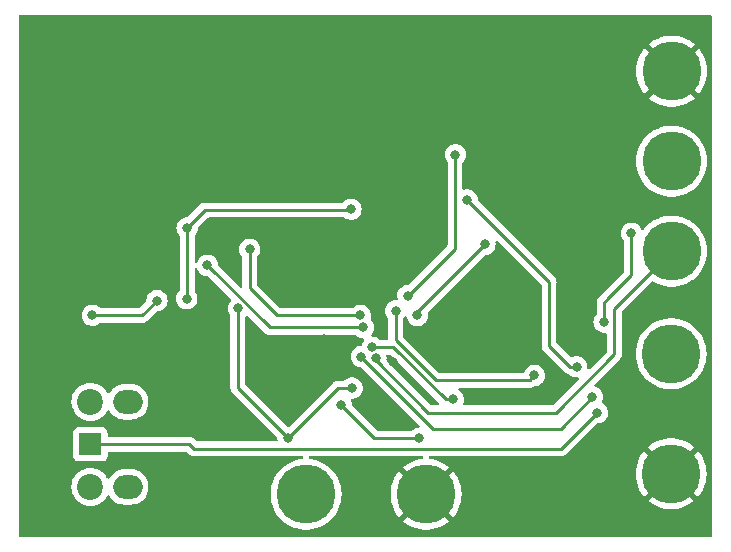
<source format=gbr>
%TF.GenerationSoftware,KiCad,Pcbnew,7.0.1*%
%TF.CreationDate,2023-11-14T13:07:04+01:00*%
%TF.ProjectId,Driver_detector,44726976-6572-45f6-9465-746563746f72,rev?*%
%TF.SameCoordinates,Original*%
%TF.FileFunction,Copper,L2,Bot*%
%TF.FilePolarity,Positive*%
%FSLAX46Y46*%
G04 Gerber Fmt 4.6, Leading zero omitted, Abs format (unit mm)*
G04 Created by KiCad (PCBNEW 7.0.1) date 2023-11-14 13:07:04*
%MOMM*%
%LPD*%
G01*
G04 APERTURE LIST*
%TA.AperFunction,ComponentPad*%
%ADD10C,5.000000*%
%TD*%
%TA.AperFunction,ComponentPad*%
%ADD11R,1.900000X1.900000*%
%TD*%
%TA.AperFunction,ComponentPad*%
%ADD12C,2.200000*%
%TD*%
%TA.AperFunction,ComponentPad*%
%ADD13O,2.500000X2.000000*%
%TD*%
%TA.AperFunction,ViaPad*%
%ADD14C,0.800000*%
%TD*%
%TA.AperFunction,Conductor*%
%ADD15C,0.254000*%
%TD*%
%TA.AperFunction,Conductor*%
%ADD16C,0.250000*%
%TD*%
%TA.AperFunction,Conductor*%
%ADD17C,0.100000*%
%TD*%
G04 APERTURE END LIST*
D10*
%TO.P,BZ1,1,-*%
%TO.N,Voltage_buzzer*%
X225770000Y-87530000D03*
%TO.P,BZ1,2,+*%
%TO.N,GND*%
X235930000Y-87530000D03*
%TD*%
%TO.P,Battery-1,1,Pin_1*%
%TO.N,GND*%
X256675000Y-85785000D03*
%TO.P,Battery-1,2,Pin_2*%
%TO.N,Battery +*%
X256675000Y-75625000D03*
%TD*%
%TO.P,SW1,1,A*%
%TO.N,GND*%
X256725000Y-51710000D03*
%TO.P,SW1,2,B*%
%TO.N,Output_seatbelt*%
X256725000Y-66950000D03*
%TO.P,SW1,3,C*%
%TO.N,Net-(IC5-OUT)*%
X256725000Y-59330000D03*
%TD*%
D11*
%TO.P,AE1,1,A*%
%TO.N,Net-(AE1-A)*%
X207515000Y-83300000D03*
D12*
%TO.P,AE1,2*%
%TO.N,N/C*%
X207515000Y-79700000D03*
%TO.P,AE1,3*%
X207515000Y-86900000D03*
D13*
%TO.P,AE1,4*%
X210675000Y-86900000D03*
%TO.P,AE1,5*%
X210675000Y-79700000D03*
%TD*%
D14*
%TO.N,Net-(AE1-A)*%
X250444000Y-80619000D03*
%TO.N,GND*%
X243332000Y-75692000D03*
X227330000Y-74422000D03*
X217675000Y-64500000D03*
X214630000Y-84836000D03*
X248225000Y-65225000D03*
X240792000Y-68072000D03*
X257556000Y-90170000D03*
X246900000Y-56175000D03*
X227130500Y-70030500D03*
X222250000Y-75184000D03*
X251325000Y-64975000D03*
X209804000Y-74168000D03*
X248600000Y-58775000D03*
X215975000Y-80150000D03*
X226950000Y-61675000D03*
X242150000Y-62625000D03*
X253492000Y-61722000D03*
X235525000Y-74250000D03*
X253200000Y-54225000D03*
X249925000Y-52050000D03*
X225552000Y-75184000D03*
X259249000Y-54303500D03*
X241850000Y-56100000D03*
X219000000Y-68050000D03*
X220726000Y-62484000D03*
X240000000Y-88825000D03*
X233125000Y-76350000D03*
X223774000Y-65024000D03*
X235204000Y-68580000D03*
X253425000Y-82125000D03*
X240792000Y-75692000D03*
%TO.N,+1V8*%
X215675000Y-70975000D03*
X207675000Y-72375000D03*
X213150000Y-71125000D03*
X229575000Y-63400000D03*
X215700000Y-64975000D03*
X235204000Y-72390000D03*
X240925000Y-66375000D03*
%TO.N,VDD*%
X229675000Y-78525000D03*
X224250000Y-82775000D03*
X220037397Y-71788103D03*
%TO.N,Output_seatbelt*%
X231682947Y-76025000D03*
%TO.N,SWO*%
X231375000Y-75075000D03*
X238252000Y-79502000D03*
%TO.N,Pro_range_sens*%
X235350000Y-82775000D03*
X228750000Y-79975000D03*
%TO.N,NRESET*%
X233350000Y-72000000D03*
X234400000Y-70700000D03*
X245110000Y-77470000D03*
X238425000Y-58775000D03*
%TO.N,EN*%
X250012500Y-79287500D03*
X230448944Y-75876056D03*
%TO.N,Net-(IC5-IN)*%
X248675000Y-76725000D03*
X239425000Y-62600000D03*
%TO.N,Net-(IC5-OUT)*%
X251000000Y-72950000D03*
X253325000Y-65425000D03*
%TO.N,SDA_Sens*%
X217425000Y-68150000D03*
X230632000Y-73406000D03*
%TO.N,SCL_Sens*%
X230378000Y-72390000D03*
X221000000Y-66775000D03*
%TD*%
D15*
%TO.N,SWO*%
X233175000Y-75075000D02*
X231375000Y-75075000D01*
X238252000Y-79502000D02*
X237602000Y-79502000D01*
X237602000Y-79502000D02*
X233175000Y-75075000D01*
D16*
%TO.N,Net-(AE1-A)*%
X215900000Y-83300000D02*
X216275000Y-83675000D01*
X216275000Y-83675000D02*
X247350000Y-83675000D01*
X250406000Y-80619000D02*
X250444000Y-80619000D01*
X247350000Y-83675000D02*
X250406000Y-80619000D01*
X207515000Y-83300000D02*
X215900000Y-83300000D01*
D15*
%TO.N,+1V8*%
X215700000Y-64975000D02*
X215700000Y-70950000D01*
X235204000Y-72096000D02*
X235204000Y-72390000D01*
D16*
X213150000Y-71125000D02*
X211900000Y-72375000D01*
X211900000Y-72375000D02*
X209050000Y-72375000D01*
D17*
X215700000Y-70950000D02*
X215675000Y-70975000D01*
X229575000Y-63400000D02*
X229517000Y-63458000D01*
D15*
X240925000Y-66375000D02*
X235204000Y-72096000D01*
D16*
X209050000Y-72375000D02*
X207675000Y-72375000D01*
D15*
X217217000Y-63458000D02*
X215700000Y-64975000D01*
X229517000Y-63458000D02*
X217217000Y-63458000D01*
%TO.N,VDD*%
X228500000Y-78525000D02*
X224250000Y-82775000D01*
D16*
X220037397Y-71788103D02*
X220000000Y-71825500D01*
D15*
X229675000Y-78525000D02*
X228500000Y-78525000D01*
D16*
X220000000Y-71825500D02*
X220000000Y-78525000D01*
X220000000Y-78525000D02*
X224250000Y-82775000D01*
D15*
%TO.N,Output_seatbelt*%
X231682947Y-76025000D02*
X231682947Y-76166855D01*
D16*
X251875000Y-75675000D02*
X251875000Y-71800000D01*
X251875000Y-71800000D02*
X256725000Y-66950000D01*
D15*
X231682947Y-76166855D02*
X236125000Y-80608908D01*
D16*
X236125000Y-80608908D02*
X246941092Y-80608908D01*
X246941092Y-80608908D02*
X251875000Y-75675000D01*
%TO.N,Pro_range_sens*%
X228750000Y-79975000D02*
X231550000Y-82775000D01*
X231550000Y-82775000D02*
X235350000Y-82775000D01*
%TO.N,NRESET*%
X238375000Y-66725000D02*
X238375000Y-59425000D01*
X238375000Y-59425000D02*
X238375000Y-58825000D01*
D15*
X236750000Y-77875000D02*
X244705000Y-77875000D01*
D16*
X234400000Y-70700000D02*
X238375000Y-66725000D01*
D15*
X233350000Y-74475000D02*
X236750000Y-77875000D01*
X233350000Y-72000000D02*
X233350000Y-74475000D01*
X244705000Y-77875000D02*
X245110000Y-77470000D01*
D16*
X238375000Y-58825000D02*
X238425000Y-58775000D01*
D15*
%TO.N,EN*%
X230448944Y-75876056D02*
X236547888Y-81975000D01*
X247325000Y-81975000D02*
X250012500Y-79287500D01*
X236547888Y-81975000D02*
X247325000Y-81975000D01*
D16*
%TO.N,Net-(IC5-IN)*%
X248100000Y-76725000D02*
X248675000Y-76725000D01*
X246350000Y-74975000D02*
X248100000Y-76725000D01*
X239425000Y-62600000D02*
X246350000Y-69525000D01*
X246350000Y-69525000D02*
X246350000Y-74975000D01*
%TO.N,Net-(IC5-OUT)*%
X253325000Y-68975000D02*
X251375000Y-70925000D01*
X253325000Y-65425000D02*
X253325000Y-68975000D01*
X251375000Y-70925000D02*
X251000000Y-71300000D01*
X251000000Y-71300000D02*
X251000000Y-72950000D01*
D15*
%TO.N,SDA_Sens*%
X222681000Y-73406000D02*
X230632000Y-73406000D01*
X217425000Y-68150000D02*
X222681000Y-73406000D01*
%TO.N,SCL_Sens*%
X221000000Y-66775000D02*
X221000000Y-70100000D01*
X221000000Y-70100000D02*
X223290000Y-72390000D01*
X223290000Y-72390000D02*
X230378000Y-72390000D01*
%TD*%
%TA.AperFunction,Conductor*%
%TO.N,GND*%
G36*
X220787818Y-72419350D02*
G01*
X220837181Y-72449600D01*
X222178624Y-73791043D01*
X222191562Y-73807192D01*
X222242845Y-73855350D01*
X222245643Y-73858062D01*
X222265204Y-73877623D01*
X222268385Y-73880090D01*
X222277282Y-73887688D01*
X222309230Y-73917691D01*
X222309232Y-73917692D01*
X222309233Y-73917693D01*
X222326878Y-73927393D01*
X222343135Y-73938072D01*
X222359038Y-73950408D01*
X222399258Y-73967812D01*
X222409749Y-73972951D01*
X222448166Y-73994072D01*
X222467675Y-73999081D01*
X222486061Y-74005376D01*
X222504541Y-74013373D01*
X222547844Y-74020231D01*
X222559247Y-74022592D01*
X222601728Y-74033500D01*
X222621865Y-74033500D01*
X222641262Y-74035026D01*
X222661133Y-74038174D01*
X222704761Y-74034049D01*
X222716429Y-74033500D01*
X229930053Y-74033500D01*
X229980489Y-74044220D01*
X230022203Y-74074528D01*
X230026129Y-74078889D01*
X230179269Y-74190151D01*
X230352197Y-74267144D01*
X230537352Y-74306500D01*
X230576709Y-74306500D01*
X230631844Y-74319432D01*
X230675479Y-74355530D01*
X230698513Y-74407265D01*
X230696141Y-74463846D01*
X230668859Y-74513472D01*
X230642466Y-74542783D01*
X230547821Y-74706714D01*
X230488308Y-74889875D01*
X230462527Y-74934528D01*
X230420812Y-74964836D01*
X230370377Y-74975556D01*
X230354296Y-74975556D01*
X230169141Y-75014911D01*
X229996213Y-75091904D01*
X229843073Y-75203166D01*
X229716410Y-75343839D01*
X229621764Y-75507771D01*
X229563270Y-75687798D01*
X229543484Y-75876055D01*
X229543484Y-75876056D01*
X229544667Y-75887312D01*
X229563270Y-76064313D01*
X229621764Y-76244340D01*
X229716410Y-76408272D01*
X229843073Y-76548945D01*
X229996213Y-76660207D01*
X230169141Y-76737200D01*
X230354296Y-76776556D01*
X230354298Y-76776556D01*
X230410663Y-76776556D01*
X230458116Y-76785995D01*
X230498344Y-76812875D01*
X235348288Y-81662819D01*
X235378538Y-81712182D01*
X235383080Y-81769898D01*
X235360925Y-81823385D01*
X235316902Y-81860985D01*
X235260607Y-81874500D01*
X235255352Y-81874500D01*
X235070197Y-81913855D01*
X234897272Y-81990847D01*
X234795176Y-82065024D01*
X234744129Y-82102112D01*
X234738401Y-82108473D01*
X234696688Y-82138780D01*
X234646253Y-82149500D01*
X231860452Y-82149500D01*
X231812999Y-82140061D01*
X231772771Y-82113181D01*
X229688960Y-80029369D01*
X229664720Y-79995071D01*
X229653321Y-79954655D01*
X229635674Y-79786744D01*
X229577179Y-79606716D01*
X229573152Y-79594321D01*
X229575162Y-79593667D01*
X229563329Y-79549495D01*
X229579944Y-79487497D01*
X229625331Y-79442112D01*
X229687329Y-79425500D01*
X229769648Y-79425500D01*
X229893083Y-79399262D01*
X229954803Y-79386144D01*
X230127730Y-79309151D01*
X230157530Y-79287500D01*
X230280870Y-79197889D01*
X230369693Y-79099242D01*
X230407533Y-79057216D01*
X230502179Y-78893284D01*
X230560674Y-78713256D01*
X230580460Y-78525000D01*
X230560674Y-78336744D01*
X230530332Y-78243363D01*
X230502179Y-78156715D01*
X230407533Y-77992783D01*
X230280870Y-77852110D01*
X230127730Y-77740848D01*
X229954802Y-77663855D01*
X229769648Y-77624500D01*
X229769646Y-77624500D01*
X229580354Y-77624500D01*
X229580352Y-77624500D01*
X229395197Y-77663855D01*
X229222269Y-77740848D01*
X229069129Y-77852110D01*
X229065203Y-77856472D01*
X229023489Y-77886780D01*
X228973053Y-77897500D01*
X228582966Y-77897500D01*
X228562398Y-77895229D01*
X228492082Y-77897439D01*
X228488188Y-77897500D01*
X228460524Y-77897500D01*
X228456515Y-77898006D01*
X228444884Y-77898921D01*
X228401057Y-77900298D01*
X228381720Y-77905916D01*
X228362680Y-77909859D01*
X228342709Y-77912383D01*
X228301951Y-77928519D01*
X228290905Y-77932300D01*
X228248807Y-77944531D01*
X228231480Y-77954778D01*
X228214019Y-77963333D01*
X228195297Y-77970746D01*
X228159839Y-77996508D01*
X228150077Y-78002920D01*
X228112347Y-78025233D01*
X228098107Y-78039473D01*
X228083319Y-78052103D01*
X228067033Y-78063936D01*
X228039091Y-78097711D01*
X228031230Y-78106349D01*
X224336266Y-81801314D01*
X224280679Y-81833408D01*
X224216491Y-81833408D01*
X224160904Y-81801314D01*
X222429205Y-80069615D01*
X220661819Y-78302228D01*
X220634939Y-78262000D01*
X220625500Y-78214547D01*
X220625500Y-72537281D01*
X220639015Y-72480986D01*
X220676615Y-72436963D01*
X220730102Y-72414808D01*
X220787818Y-72419350D01*
G37*
%TD.AperFunction*%
%TA.AperFunction,Conductor*%
G36*
X241969266Y-66049670D02*
G01*
X242021105Y-66080696D01*
X243866726Y-67926317D01*
X245688181Y-69747772D01*
X245715061Y-69788000D01*
X245724500Y-69835453D01*
X245724500Y-74892256D01*
X245722235Y-74912762D01*
X245724439Y-74982873D01*
X245724500Y-74986768D01*
X245724500Y-75014349D01*
X245725003Y-75018334D01*
X245725918Y-75029967D01*
X245727290Y-75073626D01*
X245732879Y-75092860D01*
X245736825Y-75111916D01*
X245739335Y-75131792D01*
X245755414Y-75172404D01*
X245759197Y-75183451D01*
X245771382Y-75225391D01*
X245781580Y-75242635D01*
X245790136Y-75260100D01*
X245797514Y-75278732D01*
X245797515Y-75278733D01*
X245823180Y-75314059D01*
X245829593Y-75323822D01*
X245851826Y-75361416D01*
X245851829Y-75361419D01*
X245851830Y-75361420D01*
X245865995Y-75375585D01*
X245878627Y-75390375D01*
X245890406Y-75406587D01*
X245924058Y-75434426D01*
X245932699Y-75442289D01*
X247599197Y-77108787D01*
X247612098Y-77124889D01*
X247614212Y-77126874D01*
X247614214Y-77126877D01*
X247651421Y-77161817D01*
X247663240Y-77172916D01*
X247666035Y-77175625D01*
X247685530Y-77195120D01*
X247688704Y-77197582D01*
X247697568Y-77205153D01*
X247729418Y-77235062D01*
X247739914Y-77240832D01*
X247746974Y-77244714D01*
X247763231Y-77255392D01*
X247779064Y-77267674D01*
X247795185Y-77274649D01*
X247819156Y-77285023D01*
X247829643Y-77290160D01*
X247867908Y-77311197D01*
X247887316Y-77316180D01*
X247905710Y-77322478D01*
X247924105Y-77330438D01*
X247967254Y-77337271D01*
X247978676Y-77339637D01*
X247991851Y-77343020D01*
X248025246Y-77357059D01*
X248053157Y-77380149D01*
X248069129Y-77397888D01*
X248222270Y-77509151D01*
X248222271Y-77509151D01*
X248222272Y-77509152D01*
X248395197Y-77586144D01*
X248580352Y-77625500D01*
X248740547Y-77625500D01*
X248796842Y-77639015D01*
X248840865Y-77676615D01*
X248863020Y-77730102D01*
X248858478Y-77787818D01*
X248828228Y-77837181D01*
X246718320Y-79947089D01*
X246678092Y-79973969D01*
X246630639Y-79983408D01*
X239213094Y-79983408D01*
X239156799Y-79969893D01*
X239112776Y-79932293D01*
X239090621Y-79878806D01*
X239095163Y-79821090D01*
X239106323Y-79786744D01*
X239137674Y-79690256D01*
X239157460Y-79502000D01*
X239137674Y-79313744D01*
X239100030Y-79197888D01*
X239079179Y-79133715D01*
X238984533Y-78969783D01*
X238857870Y-78829110D01*
X238717076Y-78726818D01*
X238677762Y-78679297D01*
X238666206Y-78618714D01*
X238685264Y-78560058D01*
X238730224Y-78517838D01*
X238789961Y-78502500D01*
X244622034Y-78502500D01*
X244642601Y-78504770D01*
X244645475Y-78504679D01*
X244645477Y-78504680D01*
X244712918Y-78502561D01*
X244716813Y-78502500D01*
X244744474Y-78502500D01*
X244744476Y-78502500D01*
X244748470Y-78501995D01*
X244760114Y-78501077D01*
X244803943Y-78499701D01*
X244823280Y-78494082D01*
X244842321Y-78490138D01*
X244862293Y-78487616D01*
X244903055Y-78471476D01*
X244914092Y-78467698D01*
X244956191Y-78455468D01*
X244973510Y-78445224D01*
X244990994Y-78436659D01*
X245009703Y-78429253D01*
X245045172Y-78403481D01*
X245054920Y-78397079D01*
X245066644Y-78390145D01*
X245070674Y-78387763D01*
X245133786Y-78370500D01*
X245204648Y-78370500D01*
X245357703Y-78337967D01*
X245389803Y-78331144D01*
X245562730Y-78254151D01*
X245616767Y-78214891D01*
X245715870Y-78142889D01*
X245741597Y-78114317D01*
X245842533Y-78002216D01*
X245937179Y-77838284D01*
X245995674Y-77658256D01*
X246015460Y-77470000D01*
X245995674Y-77281744D01*
X245956707Y-77161817D01*
X245937179Y-77101715D01*
X245842533Y-76937783D01*
X245715870Y-76797110D01*
X245562730Y-76685848D01*
X245389802Y-76608855D01*
X245204648Y-76569500D01*
X245204646Y-76569500D01*
X245015354Y-76569500D01*
X245015352Y-76569500D01*
X244830197Y-76608855D01*
X244657269Y-76685848D01*
X244504129Y-76797110D01*
X244377466Y-76937783D01*
X244282820Y-77101716D01*
X244263293Y-77161817D01*
X244237512Y-77206472D01*
X244195798Y-77236779D01*
X244145362Y-77247500D01*
X237061281Y-77247500D01*
X237013828Y-77238061D01*
X236973600Y-77211181D01*
X234013819Y-74251400D01*
X233986939Y-74211172D01*
X233977500Y-74163719D01*
X233977500Y-72696466D01*
X233985736Y-72652028D01*
X234009348Y-72613496D01*
X234082533Y-72532216D01*
X234087100Y-72524303D01*
X234130251Y-72480238D01*
X234189294Y-72462411D01*
X234249622Y-72475233D01*
X234296311Y-72515533D01*
X234317809Y-72573337D01*
X234318256Y-72577598D01*
X234318326Y-72578257D01*
X234376820Y-72758284D01*
X234471466Y-72922216D01*
X234598129Y-73062889D01*
X234751269Y-73174151D01*
X234924197Y-73251144D01*
X235109352Y-73290500D01*
X235109354Y-73290500D01*
X235298646Y-73290500D01*
X235298648Y-73290500D01*
X235422083Y-73264262D01*
X235483803Y-73251144D01*
X235656730Y-73174151D01*
X235706134Y-73138257D01*
X235809870Y-73062889D01*
X235868560Y-72997708D01*
X235936533Y-72922216D01*
X236031179Y-72758284D01*
X236089674Y-72578256D01*
X236109460Y-72390000D01*
X236089674Y-72201744D01*
X236087649Y-72195514D01*
X236085007Y-72128251D01*
X236117898Y-72069519D01*
X240875599Y-67311819D01*
X240915828Y-67284939D01*
X240963281Y-67275500D01*
X241019648Y-67275500D01*
X241143083Y-67249262D01*
X241204803Y-67236144D01*
X241377730Y-67159151D01*
X241415541Y-67131680D01*
X241530870Y-67047889D01*
X241532629Y-67045936D01*
X241657533Y-66907216D01*
X241752179Y-66743284D01*
X241810674Y-66563256D01*
X241830460Y-66375000D01*
X241810674Y-66186744D01*
X241810672Y-66186739D01*
X241810105Y-66181340D01*
X241818618Y-66121526D01*
X241854385Y-66072834D01*
X241908916Y-66046824D01*
X241969266Y-66049670D01*
G37*
%TD.AperFunction*%
%TA.AperFunction,Conductor*%
G36*
X232911172Y-75711939D02*
G01*
X232951400Y-75738819D01*
X236984308Y-79771727D01*
X237014558Y-79821090D01*
X237019100Y-79878806D01*
X236996945Y-79932293D01*
X236952922Y-79969893D01*
X236896627Y-79983408D01*
X236438281Y-79983408D01*
X236390828Y-79973969D01*
X236350600Y-79947089D01*
X232615021Y-76211510D01*
X232585814Y-76165221D01*
X232579381Y-76110869D01*
X232588407Y-76025000D01*
X232568906Y-75839459D01*
X232580777Y-75772142D01*
X232626517Y-75721342D01*
X232692227Y-75702500D01*
X232863719Y-75702500D01*
X232911172Y-75711939D01*
G37*
%TD.AperFunction*%
%TA.AperFunction,Conductor*%
G36*
X260021553Y-46949945D02*
G01*
X260083530Y-46966575D01*
X260128896Y-47011960D01*
X260145500Y-47073945D01*
X260145500Y-91051000D01*
X260128887Y-91113000D01*
X260083500Y-91158387D01*
X260021500Y-91175000D01*
X201584500Y-91175000D01*
X201522500Y-91158387D01*
X201477113Y-91113000D01*
X201460500Y-91051000D01*
X201460500Y-86900000D01*
X205909551Y-86900000D01*
X205929317Y-87151149D01*
X205988126Y-87396110D01*
X206033149Y-87504805D01*
X206084534Y-87628859D01*
X206216164Y-87843659D01*
X206379776Y-88035224D01*
X206571341Y-88198836D01*
X206786141Y-88330466D01*
X207018889Y-88426873D01*
X207263852Y-88485683D01*
X207515000Y-88505449D01*
X207766148Y-88485683D01*
X208011111Y-88426873D01*
X208243859Y-88330466D01*
X208458659Y-88198836D01*
X208650224Y-88035224D01*
X208813836Y-87843659D01*
X208922196Y-87666831D01*
X208968793Y-87622628D01*
X209031254Y-87607667D01*
X209092821Y-87625961D01*
X209136977Y-87672604D01*
X209160803Y-87716630D01*
X209164526Y-87723509D01*
X209317262Y-87919744D01*
X209500215Y-88088164D01*
X209708393Y-88224173D01*
X209936119Y-88324063D01*
X210177179Y-88385108D01*
X210251480Y-88391264D01*
X210362927Y-88400500D01*
X210362933Y-88400500D01*
X210987067Y-88400500D01*
X210987073Y-88400500D01*
X211088387Y-88392104D01*
X211172821Y-88385108D01*
X211413881Y-88324063D01*
X211641607Y-88224173D01*
X211849785Y-88088164D01*
X212032738Y-87919744D01*
X212185474Y-87723509D01*
X212303828Y-87504810D01*
X212384571Y-87269614D01*
X212425500Y-87024335D01*
X212425500Y-86775665D01*
X212384571Y-86530386D01*
X212303828Y-86295190D01*
X212185474Y-86076491D01*
X212185471Y-86076487D01*
X212185470Y-86076485D01*
X212032740Y-85880259D01*
X212032738Y-85880256D01*
X211849785Y-85711836D01*
X211641607Y-85575827D01*
X211641604Y-85575825D01*
X211516523Y-85520960D01*
X211413881Y-85475937D01*
X211172821Y-85414892D01*
X211172819Y-85414891D01*
X211172816Y-85414891D01*
X210987073Y-85399500D01*
X210987067Y-85399500D01*
X210362933Y-85399500D01*
X210362927Y-85399500D01*
X210177183Y-85414891D01*
X210177179Y-85414891D01*
X210177179Y-85414892D01*
X209936119Y-85475937D01*
X209936116Y-85475938D01*
X209936117Y-85475938D01*
X209708395Y-85575825D01*
X209569607Y-85666499D01*
X209500215Y-85711836D01*
X209500213Y-85711837D01*
X209500214Y-85711837D01*
X209317259Y-85880259D01*
X209164527Y-86076488D01*
X209136977Y-86127396D01*
X209092821Y-86174038D01*
X209031254Y-86192332D01*
X208968793Y-86177371D01*
X208922196Y-86133167D01*
X208870157Y-86048249D01*
X208813836Y-85956341D01*
X208650224Y-85764776D01*
X208458659Y-85601164D01*
X208243859Y-85469534D01*
X208111939Y-85414891D01*
X208011110Y-85373126D01*
X207766149Y-85314317D01*
X207515000Y-85294551D01*
X207263850Y-85314317D01*
X207018889Y-85373126D01*
X206786139Y-85469535D01*
X206571342Y-85601163D01*
X206379776Y-85764776D01*
X206216163Y-85956342D01*
X206107374Y-86133869D01*
X206084534Y-86171141D01*
X206080412Y-86181093D01*
X205988126Y-86403889D01*
X205929317Y-86648850D01*
X205909551Y-86900000D01*
X201460500Y-86900000D01*
X201460500Y-84297869D01*
X206064500Y-84297869D01*
X206070909Y-84357484D01*
X206093216Y-84417290D01*
X206121204Y-84492331D01*
X206207454Y-84607546D01*
X206322669Y-84693796D01*
X206457517Y-84744091D01*
X206517127Y-84750500D01*
X208512872Y-84750499D01*
X208572483Y-84744091D01*
X208707331Y-84693796D01*
X208822546Y-84607546D01*
X208908796Y-84492331D01*
X208959091Y-84357483D01*
X208965500Y-84297873D01*
X208965500Y-84049500D01*
X208982113Y-83987500D01*
X209027500Y-83942113D01*
X209089500Y-83925500D01*
X215589546Y-83925500D01*
X215636998Y-83934939D01*
X215677227Y-83961818D01*
X215774196Y-84058786D01*
X215787094Y-84074886D01*
X215838223Y-84122900D01*
X215841020Y-84125611D01*
X215860529Y-84145120D01*
X215863711Y-84147588D01*
X215872571Y-84155155D01*
X215904417Y-84185061D01*
X215904418Y-84185062D01*
X215921970Y-84194711D01*
X215938238Y-84205397D01*
X215954064Y-84217673D01*
X215994146Y-84235017D01*
X216004633Y-84240155D01*
X216042907Y-84261197D01*
X216051410Y-84263379D01*
X216062308Y-84266178D01*
X216080713Y-84272478D01*
X216099104Y-84280437D01*
X216142250Y-84287270D01*
X216153668Y-84289635D01*
X216195981Y-84300500D01*
X216216016Y-84300500D01*
X216235415Y-84302027D01*
X216255196Y-84305160D01*
X216298674Y-84301050D01*
X216310344Y-84300500D01*
X225425465Y-84300500D01*
X225485371Y-84315931D01*
X225530367Y-84358383D01*
X225549255Y-84417290D01*
X225537334Y-84477992D01*
X225497570Y-84525380D01*
X225439862Y-84547661D01*
X225308877Y-84562971D01*
X225248084Y-84570077D01*
X224907985Y-84650682D01*
X224579545Y-84770223D01*
X224267206Y-84927086D01*
X223975196Y-85119145D01*
X223975188Y-85119151D01*
X223975189Y-85119151D01*
X223707442Y-85343817D01*
X223707438Y-85343820D01*
X223707437Y-85343822D01*
X223467589Y-85598045D01*
X223258869Y-85878404D01*
X223084112Y-86181093D01*
X223084111Y-86181096D01*
X222945674Y-86502029D01*
X222901719Y-86648850D01*
X222845429Y-86836869D01*
X222784738Y-87181072D01*
X222764414Y-87529999D01*
X222784738Y-87878927D01*
X222845429Y-88223130D01*
X222845431Y-88223136D01*
X222945674Y-88557971D01*
X223043605Y-88785000D01*
X223084112Y-88878906D01*
X223258710Y-89181320D01*
X223258870Y-89181596D01*
X223467588Y-89461953D01*
X223707442Y-89716183D01*
X223975189Y-89940849D01*
X223975193Y-89940852D01*
X223975196Y-89940854D01*
X224267206Y-90132913D01*
X224579545Y-90289776D01*
X224729272Y-90344271D01*
X224907989Y-90409319D01*
X225248086Y-90489923D01*
X225595241Y-90530500D01*
X225944754Y-90530500D01*
X225944759Y-90530500D01*
X226291914Y-90489923D01*
X226632011Y-90409319D01*
X226960451Y-90289777D01*
X226960450Y-90289777D01*
X226960454Y-90289776D01*
X227272793Y-90132913D01*
X227564803Y-89940854D01*
X227564811Y-89940849D01*
X227707960Y-89820733D01*
X233992818Y-89820733D01*
X234135489Y-89940448D01*
X234427464Y-90132482D01*
X234739744Y-90289316D01*
X235068128Y-90408837D01*
X235408171Y-90489429D01*
X235755274Y-90530000D01*
X236104726Y-90530000D01*
X236451828Y-90489429D01*
X236791871Y-90408837D01*
X237120255Y-90289316D01*
X237432535Y-90132482D01*
X237724515Y-89940445D01*
X237867180Y-89820734D01*
X237867181Y-89820733D01*
X235930000Y-87883553D01*
X233992818Y-89820733D01*
X227707960Y-89820733D01*
X227832558Y-89716183D01*
X228072412Y-89461953D01*
X228281130Y-89181596D01*
X228455889Y-88878904D01*
X228594326Y-88557971D01*
X228694569Y-88223136D01*
X228755262Y-87878927D01*
X228775585Y-87530000D01*
X232924915Y-87530000D01*
X232945235Y-87878869D01*
X233005916Y-88223014D01*
X233106146Y-88557799D01*
X233244560Y-88878681D01*
X233419288Y-89181320D01*
X233627971Y-89461630D01*
X233636147Y-89470297D01*
X233636148Y-89470298D01*
X235576446Y-87530001D01*
X236283553Y-87530001D01*
X238223850Y-89470298D01*
X238223851Y-89470298D01*
X238232026Y-89461632D01*
X238440711Y-89181320D01*
X238615439Y-88878681D01*
X238753853Y-88557799D01*
X238854083Y-88223014D01*
X238880052Y-88075733D01*
X254737818Y-88075733D01*
X254880489Y-88195448D01*
X255172464Y-88387482D01*
X255484744Y-88544316D01*
X255813128Y-88663837D01*
X256153171Y-88744429D01*
X256500274Y-88785000D01*
X256849726Y-88785000D01*
X257196828Y-88744429D01*
X257536871Y-88663837D01*
X257865255Y-88544316D01*
X258177535Y-88387482D01*
X258469515Y-88195445D01*
X258612180Y-88075734D01*
X258612181Y-88075733D01*
X256675000Y-86138553D01*
X254737818Y-88075733D01*
X238880052Y-88075733D01*
X238914764Y-87878869D01*
X238935084Y-87530000D01*
X238914764Y-87181130D01*
X238854083Y-86836985D01*
X238753853Y-86502200D01*
X238615439Y-86181318D01*
X238440711Y-85878679D01*
X238370969Y-85785000D01*
X253669915Y-85785000D01*
X253690235Y-86133869D01*
X253750916Y-86478014D01*
X253851146Y-86812799D01*
X253989560Y-87133681D01*
X254164288Y-87436320D01*
X254372971Y-87716630D01*
X254381147Y-87725297D01*
X254381148Y-87725298D01*
X256321447Y-85785000D01*
X257028553Y-85785000D01*
X258968851Y-87725298D01*
X258977026Y-87716632D01*
X259185711Y-87436320D01*
X259360439Y-87133681D01*
X259498853Y-86812799D01*
X259599083Y-86478014D01*
X259659764Y-86133869D01*
X259680084Y-85785000D01*
X259659764Y-85436130D01*
X259599083Y-85091985D01*
X259498853Y-84757200D01*
X259360439Y-84436318D01*
X259185711Y-84133679D01*
X258977027Y-83853369D01*
X258968850Y-83844701D01*
X258968850Y-83844700D01*
X257028553Y-85785000D01*
X256321447Y-85785000D01*
X254381148Y-83844701D01*
X254381146Y-83844701D01*
X254372974Y-83853365D01*
X254164288Y-84133679D01*
X253989560Y-84436318D01*
X253851146Y-84757200D01*
X253750916Y-85091985D01*
X253690235Y-85436130D01*
X253669915Y-85785000D01*
X238370969Y-85785000D01*
X238232027Y-85598369D01*
X238223850Y-85589701D01*
X238223850Y-85589700D01*
X236283553Y-87530000D01*
X236283553Y-87530001D01*
X235576446Y-87530001D01*
X235576447Y-87530000D01*
X233636148Y-85589701D01*
X233636146Y-85589701D01*
X233627974Y-85598365D01*
X233419288Y-85878679D01*
X233244560Y-86181318D01*
X233106146Y-86502200D01*
X233005916Y-86836985D01*
X232945235Y-87181130D01*
X232924915Y-87530000D01*
X228775585Y-87530000D01*
X228755262Y-87181073D01*
X228694569Y-86836864D01*
X228594326Y-86502029D01*
X228455889Y-86181096D01*
X228281130Y-85878404D01*
X228072412Y-85598047D01*
X227832558Y-85343817D01*
X227564811Y-85119151D01*
X227564807Y-85119148D01*
X227564803Y-85119145D01*
X227272793Y-84927086D01*
X226960454Y-84770223D01*
X226632014Y-84650682D01*
X226632013Y-84650681D01*
X226632011Y-84650681D01*
X226445157Y-84606396D01*
X226291915Y-84570077D01*
X226255792Y-84565854D01*
X226100137Y-84547661D01*
X226042430Y-84525380D01*
X226002666Y-84477992D01*
X225990745Y-84417290D01*
X226009633Y-84358383D01*
X226054629Y-84315931D01*
X226114535Y-84300500D01*
X235589771Y-84300500D01*
X235649677Y-84315931D01*
X235694673Y-84358383D01*
X235713561Y-84417290D01*
X235701640Y-84477992D01*
X235661876Y-84525380D01*
X235604167Y-84547662D01*
X235408171Y-84570570D01*
X235068128Y-84651162D01*
X234739744Y-84770683D01*
X234427464Y-84927517D01*
X234135484Y-85119554D01*
X233992817Y-85239264D01*
X235930000Y-87176447D01*
X235930001Y-87176447D01*
X237867180Y-85239265D01*
X237724510Y-85119551D01*
X237432535Y-84927517D01*
X237120255Y-84770683D01*
X236791871Y-84651162D01*
X236451828Y-84570570D01*
X236255833Y-84547662D01*
X236198124Y-84525380D01*
X236158360Y-84477992D01*
X236146439Y-84417290D01*
X236165327Y-84358383D01*
X236210323Y-84315931D01*
X236270229Y-84300500D01*
X247267256Y-84300500D01*
X247287762Y-84302764D01*
X247290665Y-84302672D01*
X247290667Y-84302673D01*
X247357872Y-84300561D01*
X247361768Y-84300500D01*
X247389349Y-84300500D01*
X247389350Y-84300500D01*
X247393319Y-84299998D01*
X247404965Y-84299080D01*
X247448627Y-84297709D01*
X247467859Y-84292120D01*
X247486918Y-84288174D01*
X247494099Y-84287267D01*
X247506792Y-84285664D01*
X247547407Y-84269582D01*
X247558444Y-84265803D01*
X247600390Y-84253618D01*
X247617629Y-84243422D01*
X247635102Y-84234862D01*
X247653732Y-84227486D01*
X247689064Y-84201814D01*
X247698830Y-84195400D01*
X247736418Y-84173171D01*
X247736417Y-84173171D01*
X247736420Y-84173170D01*
X247750585Y-84159004D01*
X247765373Y-84146373D01*
X247781587Y-84134594D01*
X247809438Y-84100926D01*
X247817279Y-84092309D01*
X248415324Y-83494264D01*
X254737817Y-83494264D01*
X256675000Y-85431447D01*
X256675001Y-85431447D01*
X258612180Y-83494265D01*
X258469510Y-83374551D01*
X258177535Y-83182517D01*
X257865255Y-83025683D01*
X257536871Y-82906162D01*
X257196828Y-82825570D01*
X256849726Y-82785000D01*
X256500274Y-82785000D01*
X256153171Y-82825570D01*
X255813128Y-82906162D01*
X255484744Y-83025683D01*
X255172464Y-83182517D01*
X254880484Y-83374554D01*
X254737817Y-83494264D01*
X248415324Y-83494264D01*
X250353770Y-81555819D01*
X250393999Y-81528939D01*
X250441452Y-81519500D01*
X250538648Y-81519500D01*
X250662084Y-81493262D01*
X250723803Y-81480144D01*
X250896730Y-81403151D01*
X250896729Y-81403151D01*
X251049870Y-81291889D01*
X251176533Y-81151216D01*
X251271179Y-80987284D01*
X251307500Y-80875500D01*
X251329674Y-80807256D01*
X251349460Y-80619000D01*
X251329674Y-80430744D01*
X251288754Y-80304805D01*
X251271179Y-80250715D01*
X251176533Y-80086783D01*
X251049870Y-79946110D01*
X250896731Y-79834848D01*
X250894908Y-79834037D01*
X250890354Y-79830215D01*
X250886187Y-79827188D01*
X250886398Y-79826896D01*
X250842544Y-79790095D01*
X250821423Y-79725081D01*
X250837964Y-79658754D01*
X250839679Y-79655784D01*
X250898174Y-79475756D01*
X250917960Y-79287500D01*
X250898174Y-79099244D01*
X250842337Y-78927396D01*
X250839679Y-78919215D01*
X250745033Y-78755283D01*
X250618370Y-78614610D01*
X250465230Y-78503348D01*
X250292304Y-78426355D01*
X250281415Y-78424041D01*
X250223026Y-78393805D01*
X250188305Y-78337967D01*
X250187015Y-78272227D01*
X250219515Y-78215074D01*
X252258786Y-76175802D01*
X252274887Y-76162904D01*
X252276874Y-76160787D01*
X252276877Y-76160786D01*
X252322932Y-76111741D01*
X252325613Y-76108976D01*
X252345120Y-76089470D01*
X252347581Y-76086295D01*
X252355152Y-76077431D01*
X252385062Y-76045582D01*
X252394713Y-76028026D01*
X252405393Y-76011767D01*
X252417674Y-75995936D01*
X252435018Y-75955851D01*
X252440160Y-75945356D01*
X252442638Y-75940849D01*
X252461197Y-75907092D01*
X252466178Y-75887688D01*
X252472480Y-75869283D01*
X252480438Y-75850895D01*
X252487270Y-75807748D01*
X252489639Y-75796316D01*
X252500500Y-75754020D01*
X252500500Y-75733984D01*
X252502027Y-75714585D01*
X252503941Y-75702500D01*
X252505160Y-75694804D01*
X252501050Y-75651325D01*
X252500500Y-75639656D01*
X252500500Y-75625000D01*
X253669414Y-75625000D01*
X253689738Y-75973927D01*
X253750429Y-76318130D01*
X253750431Y-76318136D01*
X253850674Y-76652971D01*
X253989111Y-76973904D01*
X253989112Y-76973906D01*
X254163869Y-77276595D01*
X254268228Y-77416774D01*
X254372588Y-77556953D01*
X254612442Y-77811183D01*
X254880189Y-78035849D01*
X254880193Y-78035852D01*
X254880196Y-78035854D01*
X255172206Y-78227913D01*
X255484545Y-78384776D01*
X255606746Y-78429253D01*
X255812989Y-78504319D01*
X256153086Y-78584923D01*
X256500241Y-78625500D01*
X256849754Y-78625500D01*
X256849759Y-78625500D01*
X257196914Y-78584923D01*
X257537011Y-78504319D01*
X257857247Y-78387763D01*
X257865454Y-78384776D01*
X258177793Y-78227913D01*
X258307067Y-78142888D01*
X258469811Y-78035849D01*
X258737558Y-77811183D01*
X258977412Y-77556953D01*
X259186130Y-77276596D01*
X259360889Y-76973904D01*
X259499326Y-76652971D01*
X259599569Y-76318136D01*
X259660262Y-75973927D01*
X259680585Y-75625000D01*
X259660262Y-75276073D01*
X259599569Y-74931864D01*
X259499326Y-74597029D01*
X259360889Y-74276096D01*
X259186130Y-73973404D01*
X258977412Y-73693047D01*
X258737558Y-73438817D01*
X258469811Y-73214151D01*
X258469807Y-73214148D01*
X258469803Y-73214145D01*
X258177793Y-73022086D01*
X257865454Y-72865223D01*
X257537014Y-72745682D01*
X257537013Y-72745681D01*
X257537011Y-72745681D01*
X257350157Y-72701396D01*
X257196915Y-72665077D01*
X257139054Y-72658314D01*
X256849759Y-72624500D01*
X256500241Y-72624500D01*
X256264726Y-72652028D01*
X256153084Y-72665077D01*
X255812985Y-72745682D01*
X255484545Y-72865223D01*
X255172206Y-73022086D01*
X254880196Y-73214145D01*
X254880188Y-73214151D01*
X254880189Y-73214151D01*
X254612442Y-73438817D01*
X254612438Y-73438820D01*
X254612437Y-73438822D01*
X254372589Y-73693045D01*
X254163869Y-73973404D01*
X253989112Y-74276093D01*
X253941923Y-74385490D01*
X253850674Y-74597029D01*
X253792327Y-74791920D01*
X253750429Y-74931869D01*
X253689738Y-75276072D01*
X253669414Y-75625000D01*
X252500500Y-75625000D01*
X252500500Y-72110452D01*
X252509939Y-72062999D01*
X252536819Y-72022771D01*
X253139772Y-71419818D01*
X255020765Y-69538823D01*
X255068301Y-69509184D01*
X255124033Y-69503490D01*
X255176583Y-69522906D01*
X255222206Y-69552913D01*
X255534545Y-69709776D01*
X255681276Y-69763181D01*
X255862989Y-69829319D01*
X256203086Y-69909923D01*
X256550241Y-69950500D01*
X256899754Y-69950500D01*
X256899759Y-69950500D01*
X257246914Y-69909923D01*
X257587011Y-69829319D01*
X257915451Y-69709777D01*
X257915450Y-69709777D01*
X257915454Y-69709776D01*
X258227793Y-69552913D01*
X258449420Y-69407146D01*
X258519811Y-69360849D01*
X258787558Y-69136183D01*
X259027412Y-68881953D01*
X259236130Y-68601596D01*
X259410889Y-68298904D01*
X259549326Y-67977971D01*
X259649569Y-67643136D01*
X259710262Y-67298927D01*
X259730585Y-66950000D01*
X259710262Y-66601073D01*
X259649569Y-66256864D01*
X259549326Y-65922029D01*
X259410889Y-65601096D01*
X259236130Y-65298404D01*
X259027412Y-65018047D01*
X258787558Y-64763817D01*
X258519811Y-64539151D01*
X258519807Y-64539148D01*
X258519803Y-64539145D01*
X258227793Y-64347086D01*
X257915454Y-64190223D01*
X257587014Y-64070682D01*
X257587013Y-64070681D01*
X257587011Y-64070681D01*
X257400157Y-64026396D01*
X257246915Y-63990077D01*
X257189054Y-63983314D01*
X256899759Y-63949500D01*
X256550241Y-63949500D01*
X256302273Y-63978483D01*
X256203084Y-63990077D01*
X255862985Y-64070682D01*
X255534545Y-64190223D01*
X255222206Y-64347086D01*
X254930196Y-64539145D01*
X254930188Y-64539151D01*
X254930189Y-64539151D01*
X254662442Y-64763817D01*
X254662438Y-64763820D01*
X254662437Y-64763822D01*
X254422589Y-65018045D01*
X254368852Y-65090226D01*
X254315839Y-65131149D01*
X254249278Y-65138536D01*
X254188583Y-65110233D01*
X254159966Y-65067269D01*
X254158696Y-65068003D01*
X254057533Y-64892783D01*
X253930870Y-64752110D01*
X253777730Y-64640848D01*
X253604802Y-64563855D01*
X253419648Y-64524500D01*
X253419646Y-64524500D01*
X253230354Y-64524500D01*
X253230352Y-64524500D01*
X253045197Y-64563855D01*
X252872269Y-64640848D01*
X252719129Y-64752110D01*
X252592466Y-64892783D01*
X252497820Y-65056715D01*
X252439326Y-65236742D01*
X252419540Y-65424999D01*
X252439326Y-65613257D01*
X252497820Y-65793284D01*
X252592464Y-65957213D01*
X252592467Y-65957216D01*
X252667652Y-66040717D01*
X252691264Y-66079249D01*
X252699500Y-66123687D01*
X252699500Y-68664547D01*
X252690061Y-68712000D01*
X252663181Y-68752228D01*
X250904877Y-70510532D01*
X250616211Y-70799197D01*
X250600112Y-70812095D01*
X250552097Y-70863224D01*
X250549392Y-70866016D01*
X250529874Y-70885534D01*
X250527415Y-70888705D01*
X250519842Y-70897572D01*
X250489935Y-70929420D01*
X250480285Y-70946974D01*
X250469609Y-70963228D01*
X250457326Y-70979063D01*
X250439975Y-71019158D01*
X250434838Y-71029644D01*
X250413802Y-71067907D01*
X250408821Y-71087309D01*
X250402520Y-71105711D01*
X250394561Y-71124102D01*
X250387728Y-71167242D01*
X250385360Y-71178674D01*
X250374500Y-71220978D01*
X250374500Y-71241016D01*
X250372973Y-71260415D01*
X250369840Y-71280194D01*
X250373950Y-71323675D01*
X250374500Y-71335344D01*
X250374500Y-72251313D01*
X250366264Y-72295751D01*
X250342652Y-72334282D01*
X250325836Y-72352959D01*
X250267464Y-72417786D01*
X250172820Y-72581715D01*
X250114326Y-72761742D01*
X250094540Y-72949999D01*
X250114326Y-73138257D01*
X250172820Y-73318284D01*
X250267466Y-73482216D01*
X250394129Y-73622889D01*
X250547269Y-73734151D01*
X250720197Y-73811144D01*
X250905352Y-73850500D01*
X250905354Y-73850500D01*
X251094646Y-73850500D01*
X251094647Y-73850500D01*
X251099719Y-73849422D01*
X251154447Y-73850138D01*
X251203536Y-73874346D01*
X251237421Y-73917329D01*
X251249500Y-73970712D01*
X251249500Y-75364548D01*
X251240061Y-75412001D01*
X251213181Y-75452229D01*
X249785788Y-76879619D01*
X249733947Y-76910646D01*
X249673597Y-76913492D01*
X249619066Y-76887481D01*
X249583299Y-76838790D01*
X249574786Y-76778979D01*
X249580460Y-76725000D01*
X249560674Y-76536744D01*
X249502179Y-76356716D01*
X249502179Y-76356715D01*
X249407533Y-76192783D01*
X249280870Y-76052110D01*
X249127730Y-75940848D01*
X248954802Y-75863855D01*
X248769648Y-75824500D01*
X248769646Y-75824500D01*
X248580354Y-75824500D01*
X248580352Y-75824500D01*
X248395201Y-75863854D01*
X248285019Y-75912911D01*
X248236747Y-75923612D01*
X248188132Y-75914602D01*
X248146902Y-75887312D01*
X247583412Y-75323822D01*
X247011819Y-74752228D01*
X246984939Y-74712000D01*
X246975500Y-74664547D01*
X246975500Y-69607744D01*
X246977764Y-69587237D01*
X246976685Y-69552913D01*
X246975561Y-69517127D01*
X246975500Y-69513232D01*
X246975500Y-69485653D01*
X246974997Y-69481672D01*
X246974080Y-69470019D01*
X246973998Y-69467399D01*
X246972709Y-69426373D01*
X246967120Y-69407140D01*
X246963174Y-69388082D01*
X246960664Y-69368206D01*
X246944588Y-69327604D01*
X246940804Y-69316553D01*
X246934881Y-69296168D01*
X246928618Y-69274610D01*
X246918414Y-69257355D01*
X246909861Y-69239895D01*
X246902486Y-69221269D01*
X246902486Y-69221268D01*
X246876808Y-69185925D01*
X246870401Y-69176171D01*
X246848169Y-69138579D01*
X246834006Y-69124416D01*
X246821367Y-69109617D01*
X246809595Y-69093413D01*
X246775941Y-69065573D01*
X246767299Y-69057709D01*
X240363960Y-62654369D01*
X240339720Y-62620071D01*
X240328321Y-62579655D01*
X240310674Y-62411744D01*
X240252179Y-62231716D01*
X240252179Y-62231715D01*
X240157533Y-62067783D01*
X240030870Y-61927110D01*
X239877730Y-61815848D01*
X239704802Y-61738855D01*
X239519648Y-61699500D01*
X239519646Y-61699500D01*
X239330354Y-61699500D01*
X239330352Y-61699500D01*
X239150281Y-61737775D01*
X239095553Y-61737059D01*
X239046464Y-61712851D01*
X239012579Y-61669868D01*
X239000500Y-61616485D01*
X239000500Y-59529217D01*
X239008736Y-59484779D01*
X239032347Y-59446248D01*
X239137018Y-59330000D01*
X253719414Y-59330000D01*
X253739738Y-59678927D01*
X253800429Y-60023130D01*
X253800431Y-60023136D01*
X253900674Y-60357971D01*
X254039111Y-60678904D01*
X254213870Y-60981596D01*
X254422588Y-61261953D01*
X254662442Y-61516183D01*
X254930189Y-61740849D01*
X254930193Y-61740852D01*
X254930196Y-61740854D01*
X255222206Y-61932913D01*
X255534545Y-62089776D01*
X255684272Y-62144271D01*
X255862989Y-62209319D01*
X256203086Y-62289923D01*
X256550241Y-62330500D01*
X256899754Y-62330500D01*
X256899759Y-62330500D01*
X257246914Y-62289923D01*
X257587011Y-62209319D01*
X257915451Y-62089777D01*
X257915450Y-62089777D01*
X257915454Y-62089776D01*
X258227793Y-61932913D01*
X258405781Y-61815848D01*
X258519811Y-61740849D01*
X258787558Y-61516183D01*
X259027412Y-61261953D01*
X259236130Y-60981596D01*
X259410889Y-60678904D01*
X259549326Y-60357971D01*
X259649569Y-60023136D01*
X259710262Y-59678927D01*
X259730585Y-59330000D01*
X259710262Y-58981073D01*
X259649569Y-58636864D01*
X259549326Y-58302029D01*
X259410889Y-57981096D01*
X259236130Y-57678404D01*
X259027412Y-57398047D01*
X258787558Y-57143817D01*
X258519811Y-56919151D01*
X258519807Y-56919148D01*
X258519803Y-56919145D01*
X258227793Y-56727086D01*
X257915454Y-56570223D01*
X257587014Y-56450682D01*
X257587013Y-56450681D01*
X257587011Y-56450681D01*
X257400157Y-56406396D01*
X257246915Y-56370077D01*
X257189054Y-56363314D01*
X256899759Y-56329500D01*
X256550241Y-56329500D01*
X256302273Y-56358483D01*
X256203084Y-56370077D01*
X255862985Y-56450682D01*
X255534545Y-56570223D01*
X255222206Y-56727086D01*
X254930196Y-56919145D01*
X254930188Y-56919151D01*
X254930189Y-56919151D01*
X254662442Y-57143817D01*
X254662438Y-57143820D01*
X254662437Y-57143822D01*
X254422589Y-57398045D01*
X254213869Y-57678404D01*
X254039112Y-57981093D01*
X254039111Y-57981096D01*
X253900674Y-58302029D01*
X253869333Y-58406715D01*
X253800429Y-58636869D01*
X253739738Y-58981072D01*
X253719414Y-59330000D01*
X239137018Y-59330000D01*
X239157533Y-59307216D01*
X239252179Y-59143284D01*
X239310674Y-58963256D01*
X239330460Y-58775000D01*
X239310674Y-58586744D01*
X239252179Y-58406716D01*
X239252179Y-58406715D01*
X239157533Y-58242783D01*
X239030870Y-58102110D01*
X238877730Y-57990848D01*
X238704802Y-57913855D01*
X238519648Y-57874500D01*
X238519646Y-57874500D01*
X238330354Y-57874500D01*
X238330352Y-57874500D01*
X238145197Y-57913855D01*
X237972269Y-57990848D01*
X237819129Y-58102110D01*
X237692466Y-58242783D01*
X237597820Y-58406715D01*
X237539326Y-58586742D01*
X237519540Y-58775000D01*
X237539326Y-58963257D01*
X237597820Y-59143284D01*
X237692466Y-59307216D01*
X237717650Y-59335185D01*
X237741264Y-59373719D01*
X237749500Y-59418157D01*
X237749500Y-66414548D01*
X237740061Y-66462001D01*
X237713181Y-66502229D01*
X234452228Y-69763181D01*
X234412000Y-69790061D01*
X234364547Y-69799500D01*
X234305352Y-69799500D01*
X234120197Y-69838855D01*
X233947269Y-69915848D01*
X233794129Y-70027110D01*
X233667466Y-70167783D01*
X233572820Y-70331715D01*
X233514326Y-70511742D01*
X233494540Y-70700000D01*
X233514326Y-70888259D01*
X233530223Y-70937183D01*
X233534765Y-70994898D01*
X233512610Y-71048386D01*
X233468587Y-71085985D01*
X233412292Y-71099500D01*
X233255352Y-71099500D01*
X233070197Y-71138855D01*
X232897269Y-71215848D01*
X232744129Y-71327110D01*
X232617466Y-71467783D01*
X232522820Y-71631715D01*
X232464326Y-71811742D01*
X232444540Y-72000000D01*
X232464326Y-72188257D01*
X232522820Y-72368284D01*
X232617464Y-72532213D01*
X232635968Y-72552764D01*
X232690651Y-72613496D01*
X232714264Y-72652028D01*
X232722500Y-72696466D01*
X232722500Y-74323500D01*
X232705887Y-74385500D01*
X232660500Y-74430887D01*
X232598500Y-74447500D01*
X232076947Y-74447500D01*
X232026511Y-74436780D01*
X231984797Y-74406472D01*
X231980870Y-74402110D01*
X231827730Y-74290848D01*
X231654802Y-74213855D01*
X231469648Y-74174500D01*
X231469646Y-74174500D01*
X231430291Y-74174500D01*
X231375156Y-74161568D01*
X231331521Y-74125470D01*
X231308487Y-74073735D01*
X231310859Y-74017154D01*
X231338141Y-73967528D01*
X231364533Y-73938216D01*
X231459179Y-73774284D01*
X231472219Y-73734151D01*
X231517674Y-73594256D01*
X231537460Y-73406000D01*
X231517674Y-73217744D01*
X231467358Y-73062888D01*
X231459179Y-73037715D01*
X231364533Y-72873783D01*
X231310053Y-72813278D01*
X231267761Y-72766308D01*
X231238621Y-72709118D01*
X231241979Y-72645022D01*
X231263674Y-72578256D01*
X231283460Y-72390000D01*
X231263674Y-72201744D01*
X231218593Y-72062999D01*
X231205179Y-72021715D01*
X231110533Y-71857783D01*
X230983870Y-71717110D01*
X230830730Y-71605848D01*
X230657802Y-71528855D01*
X230472648Y-71489500D01*
X230472646Y-71489500D01*
X230283354Y-71489500D01*
X230283352Y-71489500D01*
X230098197Y-71528855D01*
X229925269Y-71605848D01*
X229772129Y-71717110D01*
X229768203Y-71721472D01*
X229726489Y-71751780D01*
X229676053Y-71762500D01*
X223601281Y-71762500D01*
X223553828Y-71753061D01*
X223513600Y-71726181D01*
X221663819Y-69876400D01*
X221636939Y-69836172D01*
X221627500Y-69788719D01*
X221627500Y-67471466D01*
X221635736Y-67427028D01*
X221659348Y-67388496D01*
X221732533Y-67307216D01*
X221773567Y-67236144D01*
X221827179Y-67143284D01*
X221830949Y-67131680D01*
X221885674Y-66963256D01*
X221905460Y-66775000D01*
X221885674Y-66586744D01*
X221855332Y-66493363D01*
X221827179Y-66406715D01*
X221732533Y-66242783D01*
X221605870Y-66102110D01*
X221452730Y-65990848D01*
X221279802Y-65913855D01*
X221094648Y-65874500D01*
X221094646Y-65874500D01*
X220905354Y-65874500D01*
X220905352Y-65874500D01*
X220720197Y-65913855D01*
X220547269Y-65990848D01*
X220394129Y-66102110D01*
X220267466Y-66242783D01*
X220172820Y-66406715D01*
X220114326Y-66586742D01*
X220094540Y-66774999D01*
X220114326Y-66963257D01*
X220172820Y-67143284D01*
X220267464Y-67307213D01*
X220285968Y-67327764D01*
X220340651Y-67388496D01*
X220364264Y-67427028D01*
X220372500Y-67471466D01*
X220372500Y-69910719D01*
X220358985Y-69967014D01*
X220321385Y-70011037D01*
X220267898Y-70033192D01*
X220210182Y-70028650D01*
X220160819Y-69998400D01*
X218363628Y-68201209D01*
X218339388Y-68166911D01*
X218327989Y-68126494D01*
X218310674Y-67961744D01*
X218252179Y-67781716D01*
X218252179Y-67781715D01*
X218157533Y-67617783D01*
X218030870Y-67477110D01*
X217877730Y-67365848D01*
X217704802Y-67288855D01*
X217519648Y-67249500D01*
X217519646Y-67249500D01*
X217330354Y-67249500D01*
X217330352Y-67249500D01*
X217145197Y-67288855D01*
X216972269Y-67365848D01*
X216819129Y-67477110D01*
X216692466Y-67617783D01*
X216597820Y-67781715D01*
X216569431Y-67869091D01*
X216530541Y-67926317D01*
X216467041Y-67953795D01*
X216398703Y-67942972D01*
X216346803Y-67897216D01*
X216327500Y-67830773D01*
X216327500Y-65671466D01*
X216335736Y-65627028D01*
X216359348Y-65588496D01*
X216432533Y-65507216D01*
X216441784Y-65491194D01*
X216527179Y-65343284D01*
X216561796Y-65236744D01*
X216585674Y-65163256D01*
X216602989Y-64998502D01*
X216614388Y-64958087D01*
X216638625Y-64923792D01*
X217440599Y-64121819D01*
X217480828Y-64094939D01*
X217528281Y-64085500D01*
X228946198Y-64085500D01*
X228984516Y-64091569D01*
X229019082Y-64109181D01*
X229122270Y-64184151D01*
X229122271Y-64184151D01*
X229122272Y-64184152D01*
X229295197Y-64261144D01*
X229480352Y-64300500D01*
X229480354Y-64300500D01*
X229669646Y-64300500D01*
X229669648Y-64300500D01*
X229793083Y-64274262D01*
X229854803Y-64261144D01*
X230027730Y-64184151D01*
X230124485Y-64113855D01*
X230180870Y-64072889D01*
X230307533Y-63932216D01*
X230402179Y-63768284D01*
X230402179Y-63768283D01*
X230460674Y-63588256D01*
X230480460Y-63400000D01*
X230460674Y-63211744D01*
X230404659Y-63039349D01*
X230402179Y-63031715D01*
X230307533Y-62867783D01*
X230180870Y-62727110D01*
X230027730Y-62615848D01*
X229854802Y-62538855D01*
X229669648Y-62499500D01*
X229669646Y-62499500D01*
X229480354Y-62499500D01*
X229480352Y-62499500D01*
X229295197Y-62538855D01*
X229122269Y-62615848D01*
X228969130Y-62727110D01*
X228912980Y-62789472D01*
X228871266Y-62819780D01*
X228820830Y-62830500D01*
X217299966Y-62830500D01*
X217279398Y-62828229D01*
X217209081Y-62830439D01*
X217205187Y-62830500D01*
X217177524Y-62830500D01*
X217173515Y-62831006D01*
X217161883Y-62831921D01*
X217118056Y-62833298D01*
X217098717Y-62838917D01*
X217079667Y-62842862D01*
X217059707Y-62845383D01*
X217018951Y-62861519D01*
X217007905Y-62865301D01*
X216965806Y-62877532D01*
X216948480Y-62887779D01*
X216931012Y-62896336D01*
X216912295Y-62903746D01*
X216876825Y-62929516D01*
X216867067Y-62935927D01*
X216829344Y-62958237D01*
X216829342Y-62958238D01*
X216829343Y-62958238D01*
X216815107Y-62972473D01*
X216800319Y-62985103D01*
X216784033Y-62996936D01*
X216756091Y-63030711D01*
X216748230Y-63039349D01*
X215749400Y-64038181D01*
X215709172Y-64065061D01*
X215661719Y-64074500D01*
X215605352Y-64074500D01*
X215420197Y-64113855D01*
X215247269Y-64190848D01*
X215094129Y-64302110D01*
X214967466Y-64442783D01*
X214872820Y-64606715D01*
X214814326Y-64786742D01*
X214794540Y-64974999D01*
X214814326Y-65163257D01*
X214872820Y-65343284D01*
X214967464Y-65507213D01*
X214985968Y-65527764D01*
X215040651Y-65588496D01*
X215064264Y-65627028D01*
X215072500Y-65671466D01*
X215072500Y-70250769D01*
X215064264Y-70295207D01*
X215040651Y-70333739D01*
X215025347Y-70350737D01*
X214942464Y-70442786D01*
X214847820Y-70606715D01*
X214789326Y-70786742D01*
X214769540Y-70975000D01*
X214789326Y-71163257D01*
X214847820Y-71343284D01*
X214942466Y-71507216D01*
X215069129Y-71647889D01*
X215222269Y-71759151D01*
X215395197Y-71836144D01*
X215580352Y-71875500D01*
X215580354Y-71875500D01*
X215769646Y-71875500D01*
X215769648Y-71875500D01*
X215893084Y-71849262D01*
X215954803Y-71836144D01*
X216127730Y-71759151D01*
X216155768Y-71738780D01*
X216280870Y-71647889D01*
X216407533Y-71507216D01*
X216502179Y-71343284D01*
X216511936Y-71313256D01*
X216560674Y-71163256D01*
X216580460Y-70975000D01*
X216560674Y-70786744D01*
X216502179Y-70606716D01*
X216502179Y-70606715D01*
X216407533Y-70442783D01*
X216359350Y-70389271D01*
X216335736Y-70350737D01*
X216327500Y-70306299D01*
X216327500Y-68469227D01*
X216346803Y-68402784D01*
X216398703Y-68357028D01*
X216467041Y-68346205D01*
X216530541Y-68373683D01*
X216569431Y-68430909D01*
X216597820Y-68518284D01*
X216692466Y-68682216D01*
X216819129Y-68822889D01*
X216972269Y-68934151D01*
X217145197Y-69011144D01*
X217330352Y-69050500D01*
X217330354Y-69050500D01*
X217386719Y-69050500D01*
X217434172Y-69059939D01*
X217474400Y-69086819D01*
X219382086Y-70994505D01*
X219413601Y-71048007D01*
X219415227Y-71110079D01*
X219386555Y-71165158D01*
X219304863Y-71255886D01*
X219210217Y-71419818D01*
X219151723Y-71599845D01*
X219135620Y-71753061D01*
X219131937Y-71788103D01*
X219139261Y-71857784D01*
X219151723Y-71976360D01*
X219210217Y-72156387D01*
X219304863Y-72320319D01*
X219342650Y-72362285D01*
X219366264Y-72400819D01*
X219374500Y-72445257D01*
X219374500Y-78442256D01*
X219372235Y-78462762D01*
X219374439Y-78532873D01*
X219374500Y-78536768D01*
X219374500Y-78564349D01*
X219375003Y-78568334D01*
X219375918Y-78579967D01*
X219377290Y-78623626D01*
X219382879Y-78642860D01*
X219386825Y-78661916D01*
X219389335Y-78681792D01*
X219405414Y-78722404D01*
X219409197Y-78733451D01*
X219421382Y-78775391D01*
X219431580Y-78792635D01*
X219440136Y-78810100D01*
X219447514Y-78828732D01*
X219447515Y-78828733D01*
X219473180Y-78864059D01*
X219479593Y-78873822D01*
X219501826Y-78911416D01*
X219501829Y-78911419D01*
X219501830Y-78911420D01*
X219515995Y-78925585D01*
X219528627Y-78940375D01*
X219540406Y-78956587D01*
X219574058Y-78984426D01*
X219582699Y-78992289D01*
X223311038Y-82720628D01*
X223335277Y-82754925D01*
X223346678Y-82795347D01*
X223350308Y-82829879D01*
X223358995Y-82912539D01*
X223347126Y-82979858D01*
X223301385Y-83030658D01*
X223235675Y-83049500D01*
X216585454Y-83049500D01*
X216538002Y-83040061D01*
X216497773Y-83013182D01*
X216400804Y-82916214D01*
X216387908Y-82900116D01*
X216336775Y-82852098D01*
X216333978Y-82849387D01*
X216314470Y-82829879D01*
X216311290Y-82827412D01*
X216302424Y-82819839D01*
X216270582Y-82789938D01*
X216253024Y-82780285D01*
X216236764Y-82769604D01*
X216220936Y-82757327D01*
X216180851Y-82739980D01*
X216170361Y-82734841D01*
X216132091Y-82713802D01*
X216112691Y-82708821D01*
X216094284Y-82702519D01*
X216075897Y-82694562D01*
X216032758Y-82687729D01*
X216021324Y-82685361D01*
X215979019Y-82674500D01*
X215958984Y-82674500D01*
X215939586Y-82672973D01*
X215932162Y-82671797D01*
X215919805Y-82669840D01*
X215919804Y-82669840D01*
X215886751Y-82672964D01*
X215876325Y-82673950D01*
X215864656Y-82674500D01*
X209089499Y-82674500D01*
X209027499Y-82657887D01*
X208982112Y-82612500D01*
X208965499Y-82550500D01*
X208965499Y-82302130D01*
X208965499Y-82302127D01*
X208959091Y-82242517D01*
X208908796Y-82107669D01*
X208822546Y-81992454D01*
X208707331Y-81906204D01*
X208572483Y-81855909D01*
X208512873Y-81849500D01*
X208512869Y-81849500D01*
X206517130Y-81849500D01*
X206457515Y-81855909D01*
X206322669Y-81906204D01*
X206207454Y-81992454D01*
X206121204Y-82107668D01*
X206070909Y-82242516D01*
X206064500Y-82302130D01*
X206064500Y-84297869D01*
X201460500Y-84297869D01*
X201460500Y-79699999D01*
X205909551Y-79699999D01*
X205929317Y-79951149D01*
X205988126Y-80196110D01*
X206010745Y-80250716D01*
X206084534Y-80428859D01*
X206216164Y-80643659D01*
X206379776Y-80835224D01*
X206571341Y-80998836D01*
X206786141Y-81130466D01*
X207018889Y-81226873D01*
X207263852Y-81285683D01*
X207515000Y-81305449D01*
X207766148Y-81285683D01*
X208011111Y-81226873D01*
X208243859Y-81130466D01*
X208458659Y-80998836D01*
X208650224Y-80835224D01*
X208813836Y-80643659D01*
X208922196Y-80466831D01*
X208968793Y-80422628D01*
X209031254Y-80407667D01*
X209092821Y-80425961D01*
X209136977Y-80472604D01*
X209164526Y-80523509D01*
X209317262Y-80719744D01*
X209500215Y-80888164D01*
X209708393Y-81024173D01*
X209936119Y-81124063D01*
X210177179Y-81185108D01*
X210251480Y-81191264D01*
X210362927Y-81200500D01*
X210362933Y-81200500D01*
X210987067Y-81200500D01*
X210987073Y-81200500D01*
X211088387Y-81192104D01*
X211172821Y-81185108D01*
X211413881Y-81124063D01*
X211641607Y-81024173D01*
X211849785Y-80888164D01*
X212032738Y-80719744D01*
X212185474Y-80523509D01*
X212303828Y-80304810D01*
X212384571Y-80069614D01*
X212425500Y-79824335D01*
X212425500Y-79575665D01*
X212384571Y-79330386D01*
X212303828Y-79095190D01*
X212185474Y-78876491D01*
X212185471Y-78876487D01*
X212185470Y-78876485D01*
X212058423Y-78713256D01*
X212032738Y-78680256D01*
X211849785Y-78511836D01*
X211641607Y-78375827D01*
X211641604Y-78375825D01*
X211473818Y-78302228D01*
X211413881Y-78275937D01*
X211172821Y-78214892D01*
X211172819Y-78214891D01*
X211172816Y-78214891D01*
X210987073Y-78199500D01*
X210987067Y-78199500D01*
X210362933Y-78199500D01*
X210362927Y-78199500D01*
X210177183Y-78214891D01*
X210177179Y-78214891D01*
X210177179Y-78214892D01*
X209936119Y-78275937D01*
X209936116Y-78275938D01*
X209936117Y-78275938D01*
X209708395Y-78375825D01*
X209586493Y-78455468D01*
X209500215Y-78511836D01*
X209384115Y-78618714D01*
X209317259Y-78680259D01*
X209164527Y-78876488D01*
X209136977Y-78927396D01*
X209092821Y-78974038D01*
X209031254Y-78992332D01*
X208968793Y-78977371D01*
X208922196Y-78933167D01*
X208846780Y-78810101D01*
X208813836Y-78756341D01*
X208650224Y-78564776D01*
X208458659Y-78401164D01*
X208243859Y-78269534D01*
X208111108Y-78214547D01*
X208011110Y-78173126D01*
X207766149Y-78114317D01*
X207515000Y-78094551D01*
X207263850Y-78114317D01*
X207018889Y-78173126D01*
X206786139Y-78269535D01*
X206571342Y-78401163D01*
X206379776Y-78564776D01*
X206216163Y-78756342D01*
X206084535Y-78971139D01*
X206084534Y-78971141D01*
X206079031Y-78984426D01*
X205988126Y-79203889D01*
X205929317Y-79448850D01*
X205909551Y-79699999D01*
X201460500Y-79699999D01*
X201460500Y-72375000D01*
X206769540Y-72375000D01*
X206789326Y-72563257D01*
X206847820Y-72743284D01*
X206942466Y-72907216D01*
X207069129Y-73047889D01*
X207222269Y-73159151D01*
X207395197Y-73236144D01*
X207580352Y-73275500D01*
X207580354Y-73275500D01*
X207769646Y-73275500D01*
X207769648Y-73275500D01*
X207893083Y-73249262D01*
X207954803Y-73236144D01*
X208127730Y-73159151D01*
X208280871Y-73047888D01*
X208286598Y-73041526D01*
X208328312Y-73011220D01*
X208378747Y-73000500D01*
X208970981Y-73000500D01*
X209089350Y-73000500D01*
X211817256Y-73000500D01*
X211837762Y-73002764D01*
X211840665Y-73002672D01*
X211840667Y-73002673D01*
X211907872Y-73000561D01*
X211911768Y-73000500D01*
X211939349Y-73000500D01*
X211939350Y-73000500D01*
X211943319Y-72999998D01*
X211954965Y-72999080D01*
X211998627Y-72997709D01*
X212017859Y-72992120D01*
X212036918Y-72988174D01*
X212043196Y-72987381D01*
X212056792Y-72985664D01*
X212097407Y-72969582D01*
X212108444Y-72965803D01*
X212150390Y-72953618D01*
X212167629Y-72943422D01*
X212185102Y-72934862D01*
X212203732Y-72927486D01*
X212239064Y-72901814D01*
X212248830Y-72895400D01*
X212250622Y-72894340D01*
X212286420Y-72873170D01*
X212300585Y-72859004D01*
X212315373Y-72846373D01*
X212331587Y-72834594D01*
X212359438Y-72800926D01*
X212367279Y-72792309D01*
X213097771Y-72061819D01*
X213138000Y-72034939D01*
X213185453Y-72025500D01*
X213244648Y-72025500D01*
X213368084Y-71999262D01*
X213429803Y-71986144D01*
X213602730Y-71909151D01*
X213755871Y-71797888D01*
X213882533Y-71657216D01*
X213977179Y-71493284D01*
X214035674Y-71313256D01*
X214055460Y-71125000D01*
X214035674Y-70936744D01*
X213977179Y-70756716D01*
X213977179Y-70756715D01*
X213882533Y-70592783D01*
X213755870Y-70452110D01*
X213602730Y-70340848D01*
X213429802Y-70263855D01*
X213244648Y-70224500D01*
X213244646Y-70224500D01*
X213055354Y-70224500D01*
X213055352Y-70224500D01*
X212870197Y-70263855D01*
X212697269Y-70340848D01*
X212544129Y-70452110D01*
X212417466Y-70592783D01*
X212322820Y-70756715D01*
X212264326Y-70936742D01*
X212264325Y-70936744D01*
X212264326Y-70936744D01*
X212248502Y-71087309D01*
X212246679Y-71104650D01*
X212235279Y-71145071D01*
X212211039Y-71179369D01*
X211677228Y-71713181D01*
X211637000Y-71740061D01*
X211589547Y-71749500D01*
X209129019Y-71749500D01*
X208378747Y-71749500D01*
X208328312Y-71738780D01*
X208286598Y-71708473D01*
X208280871Y-71702112D01*
X208127730Y-71590849D01*
X208127729Y-71590848D01*
X208127727Y-71590847D01*
X207954802Y-71513855D01*
X207769648Y-71474500D01*
X207769646Y-71474500D01*
X207580354Y-71474500D01*
X207580352Y-71474500D01*
X207395197Y-71513855D01*
X207222269Y-71590848D01*
X207069129Y-71702110D01*
X206942466Y-71842783D01*
X206847820Y-72006715D01*
X206789326Y-72186742D01*
X206769540Y-72375000D01*
X201460500Y-72375000D01*
X201460500Y-54000733D01*
X254787818Y-54000733D01*
X254930489Y-54120448D01*
X255222464Y-54312482D01*
X255534744Y-54469316D01*
X255863128Y-54588837D01*
X256203171Y-54669429D01*
X256550274Y-54710000D01*
X256899726Y-54710000D01*
X257246828Y-54669429D01*
X257586871Y-54588837D01*
X257915255Y-54469316D01*
X258227535Y-54312482D01*
X258519515Y-54120445D01*
X258662180Y-54000734D01*
X258662181Y-54000733D01*
X256725000Y-52063553D01*
X254787818Y-54000733D01*
X201460500Y-54000733D01*
X201460500Y-51710000D01*
X253719915Y-51710000D01*
X253740235Y-52058869D01*
X253800916Y-52403014D01*
X253901146Y-52737799D01*
X254039560Y-53058681D01*
X254214288Y-53361320D01*
X254422971Y-53641630D01*
X254431147Y-53650297D01*
X254431149Y-53650298D01*
X256371447Y-51710001D01*
X256371447Y-51710000D01*
X257078553Y-51710000D01*
X259018851Y-53650298D01*
X259027026Y-53641632D01*
X259235711Y-53361320D01*
X259410439Y-53058681D01*
X259548853Y-52737799D01*
X259649083Y-52403014D01*
X259709764Y-52058869D01*
X259730084Y-51710000D01*
X259709764Y-51361130D01*
X259649083Y-51016985D01*
X259548853Y-50682200D01*
X259410439Y-50361318D01*
X259235711Y-50058679D01*
X259027027Y-49778369D01*
X259018850Y-49769701D01*
X259018850Y-49769700D01*
X257078553Y-51710000D01*
X256371447Y-51710000D01*
X254431148Y-49769701D01*
X254431146Y-49769701D01*
X254422974Y-49778365D01*
X254214288Y-50058679D01*
X254039560Y-50361318D01*
X253901146Y-50682200D01*
X253800916Y-51016985D01*
X253740235Y-51361130D01*
X253719915Y-51710000D01*
X201460500Y-51710000D01*
X201460500Y-49419264D01*
X254787817Y-49419264D01*
X256725000Y-51356447D01*
X256725001Y-51356447D01*
X258662180Y-49419265D01*
X258519510Y-49299551D01*
X258227535Y-49107517D01*
X257915255Y-48950683D01*
X257586871Y-48831162D01*
X257246828Y-48750570D01*
X256899726Y-48710000D01*
X256550274Y-48710000D01*
X256203171Y-48750570D01*
X255863128Y-48831162D01*
X255534744Y-48950683D01*
X255222464Y-49107517D01*
X254930484Y-49299554D01*
X254787817Y-49419264D01*
X201460500Y-49419264D01*
X201460500Y-47052500D01*
X201477113Y-46990500D01*
X201522500Y-46945113D01*
X201584500Y-46928500D01*
X209668016Y-46928500D01*
X260021553Y-46949945D01*
G37*
%TD.AperFunction*%
%TD*%
M02*

</source>
